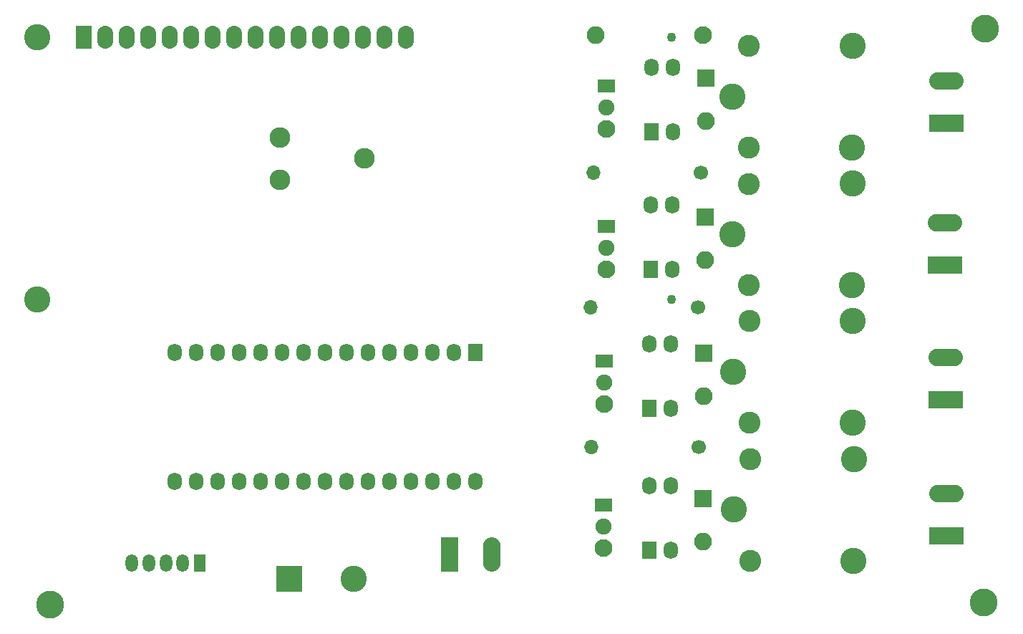
<source format=gbr>
%TF.GenerationSoftware,KiCad,Pcbnew,(5.1.6)-1*%
%TF.CreationDate,2021-01-31T10:28:18+01:00*%
%TF.ProjectId,lcd timer with arduino,6c636420-7469-46d6-9572-207769746820,rev?*%
%TF.SameCoordinates,Original*%
%TF.FileFunction,Soldermask,Top*%
%TF.FilePolarity,Negative*%
%FSLAX46Y46*%
G04 Gerber Fmt 4.6, Leading zero omitted, Abs format (unit mm)*
G04 Created by KiCad (PCBNEW (5.1.6)-1) date 2021-01-31 10:28:18*
%MOMM*%
%LPD*%
G01*
G04 APERTURE LIST*
%ADD10C,3.300000*%
%ADD11O,1.450000X2.100000*%
%ADD12R,1.450000X2.100000*%
%ADD13O,2.100000X2.100000*%
%ADD14R,2.100000X2.100000*%
%ADD15C,3.100000*%
%ADD16R,3.100000X3.100000*%
%ADD17R,2.100000X1.600000*%
%ADD18C,2.100000*%
%ADD19C,1.900000*%
%ADD20C,1.100000*%
%ADD21O,1.900000X2.700000*%
%ADD22R,1.900000X2.700000*%
%ADD23O,1.700000X1.700000*%
%ADD24C,1.700000*%
%ADD25O,1.700000X2.100000*%
%ADD26R,1.700000X2.100000*%
%ADD27C,2.440000*%
%ADD28C,2.600000*%
%ADD29O,4.060000X2.080000*%
%ADD30R,4.060000X2.080000*%
%ADD31O,2.080000X4.060000*%
%ADD32R,2.080000X4.060000*%
G04 APERTURE END LIST*
D10*
%TO.C,REF\u002A\u002A*%
X183540400Y-17424400D03*
%TD*%
%TO.C,REF\u002A\u002A*%
X183388000Y-85191600D03*
%TD*%
%TO.C,REF\u002A\u002A*%
X72948800Y-85496400D03*
%TD*%
D11*
%TO.C,J1*%
X82678000Y-80581500D03*
X84678000Y-80581500D03*
X86678000Y-80581500D03*
X88678000Y-80581500D03*
D12*
X90678000Y-80581500D03*
%TD*%
D13*
%TO.C,D3*%
X150558500Y-28321000D03*
D14*
X150558500Y-23241000D03*
%TD*%
D15*
%TO.C,BZ1*%
X108895200Y-82397600D03*
D16*
X101295200Y-82397600D03*
%TD*%
D17*
%TO.C,Q4*%
X138430000Y-73660000D03*
D18*
X138430000Y-78740000D03*
D19*
X138430000Y-76200000D03*
%TD*%
D17*
%TO.C,Q3*%
X138557000Y-56705500D03*
D18*
X138557000Y-61785500D03*
D19*
X138557000Y-59245500D03*
%TD*%
D17*
%TO.C,Q2*%
X138811000Y-40767000D03*
D18*
X138811000Y-45847000D03*
D19*
X138811000Y-43307000D03*
%TD*%
D17*
%TO.C,Q1*%
X138747500Y-24130000D03*
D18*
X138747500Y-29210000D03*
D19*
X138747500Y-26670000D03*
%TD*%
D20*
%TO.C,DS1*%
X146494500Y-18415000D03*
X146493980Y-49415700D03*
D15*
X71495400Y-49415700D03*
X71495400Y-18415000D03*
D21*
X115094500Y-18415000D03*
X112554500Y-18415000D03*
X110014500Y-18415000D03*
X107474500Y-18415000D03*
X104934500Y-18415000D03*
X102394500Y-18415000D03*
X99854500Y-18415000D03*
X97314500Y-18415000D03*
X94774500Y-18415000D03*
X92234500Y-18415000D03*
X89694500Y-18415000D03*
X87154500Y-18415000D03*
X84614500Y-18415000D03*
X82074500Y-18415000D03*
X79534500Y-18415000D03*
D22*
X76994500Y-18415000D03*
%TD*%
D23*
%TO.C,R4*%
X137033000Y-66865500D03*
D24*
X149733000Y-66865500D03*
%TD*%
D23*
%TO.C,R3*%
X136906000Y-50292000D03*
D24*
X149606000Y-50292000D03*
%TD*%
D23*
%TO.C,R2*%
X137223500Y-34417000D03*
D24*
X149923500Y-34417000D03*
%TD*%
D13*
%TO.C,R1*%
X137541000Y-18161000D03*
D18*
X150241000Y-18161000D03*
%TD*%
D13*
%TO.C,D4*%
X150495000Y-44767500D03*
D14*
X150495000Y-39687500D03*
%TD*%
D13*
%TO.C,D2*%
X150241000Y-77978000D03*
D14*
X150241000Y-72898000D03*
%TD*%
D13*
%TO.C,D1*%
X150304500Y-60833000D03*
D14*
X150304500Y-55753000D03*
%TD*%
D25*
%TO.C,A1*%
X87693500Y-70929500D03*
X87693500Y-55689500D03*
X123253500Y-70929500D03*
X90233500Y-55689500D03*
X120713500Y-70929500D03*
X92773500Y-55689500D03*
X118173500Y-70929500D03*
X95313500Y-55689500D03*
X115633500Y-70929500D03*
X97853500Y-55689500D03*
X113093500Y-70929500D03*
X100393500Y-55689500D03*
X110553500Y-70929500D03*
X102933500Y-55689500D03*
X108013500Y-70929500D03*
X105473500Y-55689500D03*
X105473500Y-70929500D03*
X108013500Y-55689500D03*
X102933500Y-70929500D03*
X110553500Y-55689500D03*
X100393500Y-70929500D03*
X113093500Y-55689500D03*
X97853500Y-70929500D03*
X115633500Y-55689500D03*
X95313500Y-70929500D03*
X118173500Y-55689500D03*
X92773500Y-70929500D03*
X120713500Y-55689500D03*
X90233500Y-70929500D03*
D26*
X123253500Y-55689500D03*
%TD*%
D25*
%TO.C,U4*%
X143891000Y-71437500D03*
X146431000Y-79057500D03*
X146431000Y-71437500D03*
D26*
X143891000Y-79057500D03*
%TD*%
D25*
%TO.C,U3*%
X143827500Y-54673500D03*
X146367500Y-62293500D03*
X146367500Y-54673500D03*
D26*
X143827500Y-62293500D03*
%TD*%
D25*
%TO.C,U2*%
X144018000Y-38227000D03*
X146558000Y-45847000D03*
X146558000Y-38227000D03*
D26*
X144018000Y-45847000D03*
%TD*%
D25*
%TO.C,U1*%
X144145000Y-21971000D03*
X146685000Y-29591000D03*
X146685000Y-21971000D03*
D26*
X144145000Y-29591000D03*
%TD*%
D27*
%TO.C,RV1*%
X100139500Y-35242500D03*
X110139500Y-32742500D03*
X100139500Y-30242500D03*
%TD*%
D15*
%TO.C,K4*%
X153860500Y-74231500D03*
D28*
X155810500Y-68281500D03*
D15*
X168060500Y-68231500D03*
X168010500Y-80281500D03*
D28*
X155810500Y-80281500D03*
%TD*%
D15*
%TO.C,K3*%
X153733500Y-57912000D03*
D28*
X155683500Y-51962000D03*
D15*
X167933500Y-51912000D03*
X167883500Y-63962000D03*
D28*
X155683500Y-63962000D03*
%TD*%
D15*
%TO.C,K2*%
X153694000Y-41687000D03*
D28*
X155644000Y-35737000D03*
D15*
X167894000Y-35687000D03*
X167844000Y-47737000D03*
D28*
X155644000Y-47737000D03*
%TD*%
D15*
%TO.C,K1*%
X153670000Y-25400000D03*
D28*
X155620000Y-19450000D03*
D15*
X167870000Y-19400000D03*
X167820000Y-31450000D03*
D28*
X155620000Y-31450000D03*
%TD*%
D29*
%TO.C,J4*%
X179006500Y-72343000D03*
D30*
X179006500Y-77343000D03*
%TD*%
D29*
%TO.C,J3*%
X178943000Y-56214000D03*
D30*
X178943000Y-61214000D03*
%TD*%
D29*
%TO.C,j2*%
X179006500Y-23575000D03*
D30*
X179006500Y-28575000D03*
%TD*%
D29*
%TO.C,J2*%
X178816000Y-40339000D03*
D30*
X178816000Y-45339000D03*
%TD*%
D31*
%TO.C,j1*%
X125269000Y-79565500D03*
D32*
X120269000Y-79565500D03*
%TD*%
M02*

</source>
